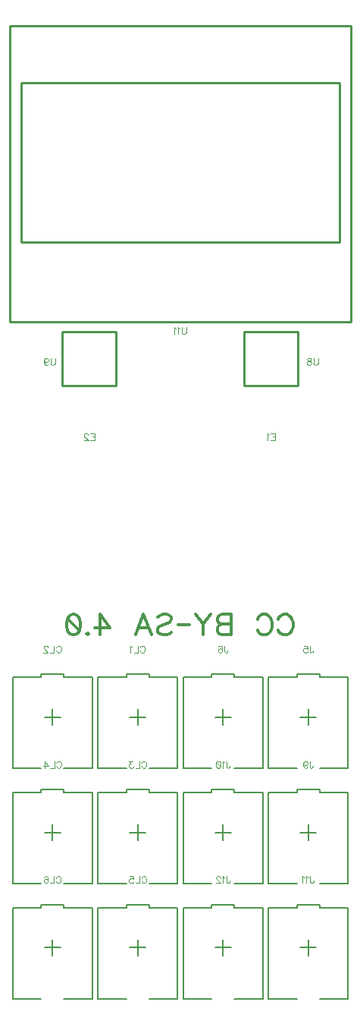
<source format=gbo>
G04 DipTrace 4.1.3.1*
G04 uTemp1.2.GBO*
%MOIN*%
G04 #@! TF.FileFunction,Legend,Bot*
G04 #@! TF.Part,Single*
%ADD10C,0.009843*%
%ADD27C,0.006*%
%ADD29C,0.005984*%
%ADD99C,0.004632*%
%ADD101C,0.013895*%
%FSLAX26Y26*%
G04*
G70*
G90*
G75*
G01*
G04 BotSilk*
%LPD*%
X1014717Y1657210D2*
D27*
X944682D1*
X979682Y1622263D2*
Y1692206D1*
X929667Y1832093D2*
X804682D1*
X1029697D2*
X1154682D1*
X1029697Y1432084D2*
X1154682D1*
X929667D2*
X804682D1*
Y1832093D1*
X1154682D2*
Y1432084D1*
X1029697Y1832093D2*
D29*
Y1844567D1*
X929667D1*
Y1832093D1*
X639678Y1657210D2*
D27*
X569643D1*
X604643Y1622263D2*
Y1692206D1*
X554628Y1832093D2*
X429643D1*
X654658D2*
X779643D1*
X654658Y1432084D2*
X779643D1*
X554628D2*
X429643D1*
Y1832093D1*
X779643D2*
Y1432084D1*
X654658Y1832093D2*
D29*
Y1844567D1*
X554628D1*
Y1832093D1*
X1014717Y1150469D2*
D27*
X944682D1*
X979682Y1115522D2*
Y1185466D1*
X929667Y1325353D2*
X804682D1*
X1029697D2*
X1154682D1*
X1029697Y925343D2*
X1154682D1*
X929667D2*
X804682D1*
Y1325353D1*
X1154682D2*
Y925343D1*
X1029697Y1325353D2*
D29*
Y1337827D1*
X929667D1*
Y1325353D1*
X639678Y1150469D2*
D27*
X569643D1*
X604643Y1115522D2*
Y1185466D1*
X554628Y1325353D2*
X429643D1*
X654658D2*
X779643D1*
X654658Y925343D2*
X779643D1*
X554628D2*
X429643D1*
Y1325353D1*
X779643D2*
Y925343D1*
X654658Y1325353D2*
D29*
Y1337827D1*
X554628D1*
Y1325353D1*
X1014717Y644210D2*
D27*
X944682D1*
X979682Y609263D2*
Y679206D1*
X929667Y819093D2*
X804682D1*
X1029697D2*
X1154682D1*
X1029697Y419084D2*
X1154682D1*
X929667D2*
X804682D1*
Y819093D1*
X1154682D2*
Y419084D1*
X1029697Y819093D2*
D29*
Y831567D1*
X929667D1*
Y819093D1*
X639678Y644210D2*
D27*
X569643D1*
X604643Y609263D2*
Y679206D1*
X554628Y819093D2*
X429643D1*
X654658D2*
X779643D1*
X654658Y419084D2*
X779643D1*
X554628D2*
X429643D1*
Y819093D1*
X779643D2*
Y419084D1*
X654658Y819093D2*
D29*
Y831567D1*
X554628D1*
Y819093D1*
X1764729Y1656717D2*
D27*
X1694694D1*
X1729694Y1621770D2*
Y1691714D1*
X1679679Y1831601D2*
X1554694D1*
X1779709D2*
X1904694D1*
X1779709Y1431591D2*
X1904694D1*
X1679679D2*
X1554694D1*
Y1831601D1*
X1904694D2*
Y1431591D1*
X1779709Y1831601D2*
D29*
Y1844075D1*
X1679679D1*
Y1831601D1*
X1389729Y1656717D2*
D27*
X1319694D1*
X1354694Y1621770D2*
Y1691714D1*
X1304679Y1831601D2*
X1179694D1*
X1404709D2*
X1529694D1*
X1404709Y1431591D2*
X1529694D1*
X1304679D2*
X1179694D1*
Y1831601D1*
X1529694D2*
Y1431591D1*
X1404709Y1831601D2*
D29*
Y1844075D1*
X1304679D1*
Y1831601D1*
X1764729Y1150468D2*
D27*
X1694694D1*
X1729694Y1115521D2*
Y1185465D1*
X1679679Y1325352D2*
X1554694D1*
X1779709D2*
X1904694D1*
X1779709Y925342D2*
X1904694D1*
X1679679D2*
X1554694D1*
Y1325352D1*
X1904694D2*
Y925342D1*
X1779709Y1325352D2*
D29*
Y1337826D1*
X1679679D1*
Y1325352D1*
X1389729Y1150468D2*
D27*
X1319694D1*
X1354694Y1115521D2*
Y1185465D1*
X1304679Y1325352D2*
X1179694D1*
X1404709D2*
X1529694D1*
X1404709Y925342D2*
X1529694D1*
X1304679D2*
X1179694D1*
Y1325352D1*
X1529694D2*
Y925342D1*
X1404709Y1325352D2*
D29*
Y1337826D1*
X1304679D1*
Y1325352D1*
X1764717Y644210D2*
D27*
X1694682D1*
X1729682Y609263D2*
Y679206D1*
X1679667Y819093D2*
X1554682D1*
X1779697D2*
X1904682D1*
X1779697Y419084D2*
X1904682D1*
X1679667D2*
X1554682D1*
Y819093D1*
X1904682D2*
Y419084D1*
X1779697Y819093D2*
D29*
Y831567D1*
X1679667D1*
Y819093D1*
X1389717Y644210D2*
D27*
X1319682D1*
X1354682Y609263D2*
Y679206D1*
X1304667Y819093D2*
X1179682D1*
X1404697D2*
X1529682D1*
X1404697Y419084D2*
X1529682D1*
X1304667D2*
X1179682D1*
Y819093D1*
X1529682D2*
Y419084D1*
X1404697Y819093D2*
D29*
Y831567D1*
X1304667D1*
Y819093D1*
X1685290Y3347827D2*
D10*
X1449097D1*
Y3111626D1*
X1685290D1*
Y3347827D1*
X649097Y3111626D2*
X885290D1*
Y3347827D1*
X649097D1*
Y3111626D1*
X417131Y4693656D2*
Y3393656D1*
X1917131D1*
Y4693656D1*
X417131D1*
X467081Y4443666D2*
Y3743616D1*
X1867181D1*
Y4443666D1*
X467081D1*
X1598475Y2086339D2*
D101*
X1602753Y2094895D1*
X1611408Y2103550D1*
X1619964Y2107828D1*
X1637174D1*
X1645830Y2103550D1*
X1654385Y2094895D1*
X1658763Y2086339D1*
X1663041Y2073406D1*
Y2051818D1*
X1658763Y2038984D1*
X1654385Y2030329D1*
X1645830Y2021773D1*
X1637174Y2017396D1*
X1619964D1*
X1611408Y2021773D1*
X1602753Y2030329D1*
X1598475Y2038984D1*
X1506118Y2086339D2*
X1510396Y2094895D1*
X1519051Y2103550D1*
X1527607Y2107828D1*
X1544818D1*
X1553473Y2103550D1*
X1562029Y2094895D1*
X1566406Y2086339D1*
X1570684Y2073406D1*
Y2051818D1*
X1566406Y2038984D1*
X1562029Y2030329D1*
X1553473Y2021773D1*
X1544818Y2017396D1*
X1527607D1*
X1519051Y2021773D1*
X1510396Y2030329D1*
X1506118Y2038984D1*
X1390846Y2107828D2*
Y2017396D1*
X1352047D1*
X1339114Y2021773D1*
X1334836Y2026051D1*
X1330558Y2034607D1*
Y2047540D1*
X1334836Y2056195D1*
X1339114Y2060473D1*
X1352047Y2064751D1*
X1339114Y2069128D1*
X1334836Y2073406D1*
X1330558Y2081962D1*
Y2090617D1*
X1334836Y2099173D1*
X1339114Y2103550D1*
X1352047Y2107828D1*
X1390846D1*
Y2064751D2*
X1352047D1*
X1302767Y2107828D2*
X1268345Y2064751D1*
Y2017396D1*
X1233923Y2107828D2*
X1268345Y2064751D1*
X1206133Y2062562D2*
X1156390D1*
X1068312Y2094895D2*
X1076867Y2103550D1*
X1089800Y2107828D1*
X1107011D1*
X1119944Y2103550D1*
X1128600Y2094895D1*
Y2086339D1*
X1124222Y2077684D1*
X1119944Y2073406D1*
X1111389Y2069128D1*
X1085523Y2060473D1*
X1076867Y2056195D1*
X1072589Y2051818D1*
X1068312Y2043262D1*
Y2030329D1*
X1076867Y2021773D1*
X1089800Y2017396D1*
X1107011D1*
X1119944Y2021773D1*
X1128600Y2030329D1*
X971578Y2017396D2*
X1006099Y2107828D1*
X1040521Y2017396D1*
X1027588Y2047540D2*
X984511D1*
X813228Y2017396D2*
Y2107729D1*
X856305Y2047540D1*
X791739D1*
X759671Y2026051D2*
X763949Y2021674D1*
X759671Y2017396D1*
X755294Y2021674D1*
X759671Y2026051D1*
X701637Y2107729D2*
X714570Y2103451D1*
X723225Y2090518D1*
X727503Y2069029D1*
Y2056096D1*
X723225Y2034607D1*
X714570Y2021674D1*
X701637Y2017396D1*
X693081D1*
X680148Y2021674D1*
X671592Y2034607D1*
X667215Y2056096D1*
Y2069029D1*
X671592Y2090518D1*
X680148Y2103451D1*
X693081Y2107729D1*
X701637D1*
X671592Y2090518D2*
X723225Y2034607D1*
X990388Y1963360D2*
D99*
X991814Y1966211D1*
X994699Y1969096D1*
X997551Y1970522D1*
X1003288D1*
X1006173Y1969096D1*
X1009025Y1966211D1*
X1010484Y1963360D1*
X1011910Y1959048D1*
Y1951852D1*
X1010484Y1947575D1*
X1009025Y1944689D1*
X1006173Y1941838D1*
X1003288Y1940378D1*
X997551D1*
X994699Y1941838D1*
X991814Y1944689D1*
X990388Y1947575D1*
X981125Y1970522D2*
Y1940378D1*
X963914D1*
X954650Y1964752D2*
X951765Y1966211D1*
X947454Y1970489D1*
Y1940378D1*
X621799Y1963360D2*
X623225Y1966211D1*
X626110Y1969096D1*
X628962Y1970522D1*
X634699D1*
X637584Y1969096D1*
X640436Y1966211D1*
X641895Y1963360D1*
X643321Y1959048D1*
Y1951852D1*
X641895Y1947575D1*
X640436Y1944689D1*
X637584Y1941838D1*
X634699Y1940378D1*
X628962D1*
X626110Y1941838D1*
X623225Y1944689D1*
X621799Y1947575D1*
X612535Y1970522D2*
Y1940378D1*
X595324D1*
X584602Y1963326D2*
Y1964752D1*
X583176Y1967637D1*
X581750Y1969063D1*
X578865Y1970489D1*
X573128D1*
X570276Y1969063D1*
X568850Y1967637D1*
X567391Y1964752D1*
Y1961900D1*
X568850Y1959015D1*
X571702Y1954737D1*
X586061Y1940378D1*
X565965D1*
X996838Y1456619D2*
X998264Y1459471D1*
X1001149Y1462356D1*
X1004001Y1463782D1*
X1009738D1*
X1012623Y1462356D1*
X1015475Y1459471D1*
X1016934Y1456619D1*
X1018360Y1452308D1*
Y1445112D1*
X1016934Y1440834D1*
X1015475Y1437949D1*
X1012623Y1435097D1*
X1009738Y1433638D1*
X1004001D1*
X1001149Y1435097D1*
X998264Y1437949D1*
X996838Y1440834D1*
X987575Y1463782D2*
Y1433638D1*
X970364D1*
X958215Y1463749D2*
X942463D1*
X951052Y1452275D1*
X946741D1*
X943889Y1450849D1*
X942463Y1449423D1*
X941004Y1445112D1*
Y1442260D1*
X942463Y1437949D1*
X945315Y1435064D1*
X949626Y1433638D1*
X953937D1*
X958215Y1435064D1*
X959641Y1436523D1*
X961100Y1439375D1*
X622512Y1456619D2*
X623938Y1459471D1*
X626823Y1462356D1*
X629675Y1463782D1*
X635412D1*
X638297Y1462356D1*
X641149Y1459471D1*
X642608Y1456619D1*
X644034Y1452308D1*
Y1445112D1*
X642608Y1440834D1*
X641149Y1437949D1*
X638297Y1435097D1*
X635412Y1433638D1*
X629675D1*
X626823Y1435097D1*
X623938Y1437949D1*
X622512Y1440834D1*
X613248Y1463782D2*
Y1433638D1*
X596037D1*
X572415D2*
Y1463749D1*
X586774Y1443686D1*
X565252D1*
X996838Y950360D2*
X998264Y953211D1*
X1001149Y956096D1*
X1004001Y957522D1*
X1009738D1*
X1012623Y956096D1*
X1015475Y953211D1*
X1016934Y950360D1*
X1018360Y946048D1*
Y938852D1*
X1016934Y934575D1*
X1015475Y931689D1*
X1012623Y928838D1*
X1009738Y927378D1*
X1004001D1*
X1001149Y928838D1*
X998264Y931689D1*
X996838Y934575D1*
X987575Y957522D2*
Y927378D1*
X970364D1*
X943889Y957489D2*
X958215D1*
X959641Y944589D1*
X958215Y946015D1*
X953904Y947474D1*
X949626D1*
X945315Y946015D1*
X942430Y943163D1*
X941004Y938852D1*
Y936000D1*
X942430Y931689D1*
X945315Y928804D1*
X949626Y927378D1*
X953904D1*
X958215Y928804D1*
X959641Y930264D1*
X961100Y933115D1*
X621069Y950360D2*
X622495Y953211D1*
X625380Y956096D1*
X628232Y957522D1*
X633969D1*
X636854Y956096D1*
X639706Y953211D1*
X641165Y950360D1*
X642591Y946048D1*
Y938852D1*
X641165Y934575D1*
X639706Y931689D1*
X636854Y928838D1*
X633969Y927378D1*
X628232D1*
X625380Y928838D1*
X622495Y931689D1*
X621069Y934575D1*
X611806Y957522D2*
Y927378D1*
X594595D1*
X568120Y953211D2*
X569546Y956063D1*
X573857Y957489D1*
X576709D1*
X581020Y956063D1*
X583905Y951752D1*
X585331Y944589D1*
Y937426D1*
X583905Y931689D1*
X581020Y928804D1*
X576709Y927378D1*
X575283D1*
X571005Y928804D1*
X568120Y931689D1*
X566694Y936000D1*
Y937426D1*
X568120Y941737D1*
X571005Y944589D1*
X575283Y946015D1*
X576709D1*
X581020Y944589D1*
X583905Y941737D1*
X585331Y937426D1*
X1566105Y2902991D2*
X1584742D1*
Y2872847D1*
X1566105D1*
X1584742Y2888632D2*
X1573268D1*
X1556842Y2897221D2*
X1553957Y2898680D1*
X1549646Y2902958D1*
Y2872847D1*
X772555Y2902991D2*
X791192D1*
Y2872847D1*
X772555D1*
X791192Y2888632D2*
X779718D1*
X761832Y2895795D2*
Y2897221D1*
X760407Y2900106D1*
X758981Y2901532D1*
X756096Y2902958D1*
X750359D1*
X747507Y2901532D1*
X746081Y2900106D1*
X744622Y2897221D1*
Y2894369D1*
X746081Y2891484D1*
X748933Y2887206D1*
X763292Y2872847D1*
X743196D1*
X1737194Y1970030D2*
Y1947082D1*
X1738620Y1942771D1*
X1740079Y1941345D1*
X1742931Y1939886D1*
X1745816D1*
X1748668Y1941345D1*
X1750094Y1942771D1*
X1751553Y1947082D1*
Y1949934D1*
X1710720Y1969997D2*
X1725045D1*
X1726471Y1957097D1*
X1725045Y1958523D1*
X1720734Y1959982D1*
X1716457D1*
X1712146Y1958523D1*
X1709260Y1955671D1*
X1707835Y1951360D1*
Y1948508D1*
X1709260Y1944197D1*
X1712146Y1941312D1*
X1716457Y1939886D1*
X1720734D1*
X1725045Y1941312D1*
X1726471Y1942771D1*
X1727931Y1945623D1*
X1361465Y1970030D2*
Y1947082D1*
X1362890Y1942771D1*
X1364350Y1941345D1*
X1367202Y1939886D1*
X1370087D1*
X1372938Y1941345D1*
X1374364Y1942771D1*
X1375824Y1947082D1*
Y1949934D1*
X1334990Y1965719D2*
X1336416Y1968571D1*
X1340727Y1969997D1*
X1343579D1*
X1347890Y1968571D1*
X1350775Y1964260D1*
X1352201Y1957097D1*
Y1949934D1*
X1350775Y1944197D1*
X1347890Y1941312D1*
X1343579Y1939886D1*
X1342153D1*
X1337875Y1941312D1*
X1334990Y1944197D1*
X1333564Y1948508D1*
Y1949934D1*
X1334990Y1954245D1*
X1337875Y1957097D1*
X1342153Y1958523D1*
X1343579D1*
X1347890Y1957097D1*
X1350775Y1954245D1*
X1352201Y1949934D1*
X1736481Y1463781D2*
Y1440833D1*
X1737907Y1436522D1*
X1739366Y1435096D1*
X1742218Y1433637D1*
X1745103D1*
X1747955Y1435096D1*
X1749381Y1436522D1*
X1750840Y1440833D1*
Y1443685D1*
X1708548Y1453733D2*
X1710007Y1449422D1*
X1712859Y1446537D1*
X1717170Y1445111D1*
X1718596D1*
X1722907Y1446537D1*
X1725758Y1449422D1*
X1727218Y1453733D1*
Y1455159D1*
X1725758Y1459470D1*
X1722907Y1462322D1*
X1718596Y1463748D1*
X1717170D1*
X1712859Y1462322D1*
X1710007Y1459470D1*
X1708548Y1453733D1*
Y1446537D1*
X1710007Y1439374D1*
X1712859Y1435063D1*
X1717170Y1433637D1*
X1720021D1*
X1724332Y1435063D1*
X1725758Y1437948D1*
X1370424Y1463781D2*
Y1440833D1*
X1371850Y1436522D1*
X1373309Y1435096D1*
X1376161Y1433637D1*
X1379046D1*
X1381898Y1435096D1*
X1383324Y1436522D1*
X1384783Y1440833D1*
Y1443685D1*
X1361160Y1458011D2*
X1358275Y1459470D1*
X1353964Y1463748D1*
Y1433637D1*
X1336079Y1463748D2*
X1340390Y1462322D1*
X1343275Y1458011D1*
X1344701Y1450848D1*
Y1446537D1*
X1343275Y1439374D1*
X1340390Y1435063D1*
X1336079Y1433637D1*
X1333227D1*
X1328916Y1435063D1*
X1326064Y1439374D1*
X1324605Y1446537D1*
Y1450848D1*
X1326064Y1458011D1*
X1328916Y1462322D1*
X1333227Y1463748D1*
X1336079D1*
X1326064Y1458011D2*
X1343275Y1439374D1*
X1738962Y957522D2*
Y934575D1*
X1740388Y930264D1*
X1741847Y928838D1*
X1744699Y927378D1*
X1747584D1*
X1750436Y928838D1*
X1751862Y930264D1*
X1753321Y934575D1*
Y937426D1*
X1729699Y951752D2*
X1726814Y953211D1*
X1722503Y957489D1*
Y927378D1*
X1713239Y951752D2*
X1710354Y953211D1*
X1706043Y957489D1*
Y927378D1*
X1370412Y957522D2*
Y934575D1*
X1371838Y930264D1*
X1373297Y928838D1*
X1376149Y927378D1*
X1379034D1*
X1381886Y928838D1*
X1383312Y930264D1*
X1384771Y934575D1*
Y937426D1*
X1361149Y951752D2*
X1358263Y953211D1*
X1353952Y957489D1*
Y927378D1*
X1343230Y950326D2*
Y951752D1*
X1341804Y954637D1*
X1340378Y956063D1*
X1337493Y957489D1*
X1331756D1*
X1328904Y956063D1*
X1327478Y954637D1*
X1326019Y951752D1*
Y948900D1*
X1327478Y946015D1*
X1330330Y941737D1*
X1344689Y927378D1*
X1324593D1*
X1773136Y3232881D2*
Y3211359D1*
X1771710Y3207048D1*
X1768825Y3204196D1*
X1764514Y3202737D1*
X1761662D1*
X1757351Y3204196D1*
X1754466Y3207048D1*
X1753040Y3211359D1*
Y3232881D1*
X1736614Y3232848D2*
X1740891Y3231422D1*
X1742350Y3228570D1*
Y3225685D1*
X1740891Y3222833D1*
X1738039Y3221374D1*
X1732302Y3219948D1*
X1727991Y3218522D1*
X1725140Y3215637D1*
X1723714Y3212785D1*
Y3208474D1*
X1725140Y3205622D1*
X1726566Y3204163D1*
X1730877Y3202737D1*
X1736614D1*
X1740891Y3204163D1*
X1742350Y3205622D1*
X1743776Y3208474D1*
Y3212785D1*
X1742350Y3215637D1*
X1739465Y3218522D1*
X1735188Y3219948D1*
X1729451Y3221374D1*
X1726566Y3222833D1*
X1725140Y3225685D1*
Y3228570D1*
X1726566Y3231422D1*
X1730877Y3232848D1*
X1736614D1*
X616227Y3232881D2*
Y3211359D1*
X614801Y3207048D1*
X611916Y3204196D1*
X607605Y3202737D1*
X604753D1*
X600442Y3204196D1*
X597557Y3207048D1*
X596131Y3211359D1*
Y3232881D1*
X568197Y3222833D2*
X569657Y3218522D1*
X572508Y3215637D1*
X576819Y3214211D1*
X578245D1*
X582556Y3215637D1*
X585408Y3218522D1*
X586867Y3222833D1*
Y3224259D1*
X585408Y3228570D1*
X582556Y3231422D1*
X578245Y3232848D1*
X576819D1*
X572508Y3231422D1*
X569657Y3228570D1*
X568197Y3222833D1*
Y3215637D1*
X569657Y3208474D1*
X572508Y3204163D1*
X576819Y3202737D1*
X579671D1*
X583982Y3204163D1*
X585408Y3207048D1*
X1193638Y3368983D2*
Y3347461D1*
X1192213Y3343150D1*
X1189327Y3340298D1*
X1185016Y3338839D1*
X1182165D1*
X1177853Y3340298D1*
X1174968Y3343150D1*
X1173542Y3347461D1*
Y3368983D1*
X1164279Y3363213D2*
X1161394Y3364672D1*
X1157083Y3368950D1*
Y3338839D1*
X1147819Y3363213D2*
X1144934Y3364672D1*
X1140623Y3368950D1*
Y3338839D1*
M02*

</source>
